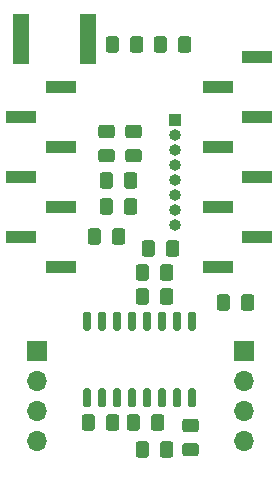
<source format=gbr>
%TF.GenerationSoftware,KiCad,Pcbnew,(5.1.10)-1*%
%TF.CreationDate,2022-02-17T21:59:24+01:00*%
%TF.ProjectId,TinyLora102,54696e79-4c6f-4726-9131-30322e6b6963,rev?*%
%TF.SameCoordinates,Original*%
%TF.FileFunction,Soldermask,Bot*%
%TF.FilePolarity,Negative*%
%FSLAX46Y46*%
G04 Gerber Fmt 4.6, Leading zero omitted, Abs format (unit mm)*
G04 Created by KiCad (PCBNEW (5.1.10)-1) date 2022-02-17 21:59:24*
%MOMM*%
%LPD*%
G01*
G04 APERTURE LIST*
%ADD10O,1.000000X1.000000*%
%ADD11R,1.000000X1.000000*%
%ADD12R,1.350000X4.200000*%
%ADD13O,1.700000X1.700000*%
%ADD14R,1.700000X1.700000*%
%ADD15R,2.510000X1.000000*%
G04 APERTURE END LIST*
D10*
%TO.C,J6*%
X114126000Y-116764000D03*
X114126000Y-115494000D03*
X114126000Y-114224000D03*
X114126000Y-112954000D03*
X114126000Y-111684000D03*
X114126000Y-110414000D03*
X114126000Y-109144000D03*
D11*
X114126000Y-107874000D03*
%TD*%
D12*
%TO.C,AE1*%
X101075000Y-101016000D03*
X106725000Y-101016000D03*
%TD*%
%TO.C,D6*%
G36*
G01*
X109358000Y-101073999D02*
X109358000Y-101974001D01*
G75*
G02*
X109108001Y-102224000I-249999J0D01*
G01*
X108457999Y-102224000D01*
G75*
G02*
X108208000Y-101974001I0J249999D01*
G01*
X108208000Y-101073999D01*
G75*
G02*
X108457999Y-100824000I249999J0D01*
G01*
X109108001Y-100824000D01*
G75*
G02*
X109358000Y-101073999I0J-249999D01*
G01*
G37*
G36*
G01*
X111408000Y-101073999D02*
X111408000Y-101974001D01*
G75*
G02*
X111158001Y-102224000I-249999J0D01*
G01*
X110507999Y-102224000D01*
G75*
G02*
X110258000Y-101974001I0J249999D01*
G01*
X110258000Y-101073999D01*
G75*
G02*
X110507999Y-100824000I249999J0D01*
G01*
X111158001Y-100824000D01*
G75*
G02*
X111408000Y-101073999I0J-249999D01*
G01*
G37*
%TD*%
%TO.C,R8*%
G36*
G01*
X113422000Y-101073999D02*
X113422000Y-101974001D01*
G75*
G02*
X113172001Y-102224000I-249999J0D01*
G01*
X112521999Y-102224000D01*
G75*
G02*
X112272000Y-101974001I0J249999D01*
G01*
X112272000Y-101073999D01*
G75*
G02*
X112521999Y-100824000I249999J0D01*
G01*
X113172001Y-100824000D01*
G75*
G02*
X113422000Y-101073999I0J-249999D01*
G01*
G37*
G36*
G01*
X115472000Y-101073999D02*
X115472000Y-101974001D01*
G75*
G02*
X115222001Y-102224000I-249999J0D01*
G01*
X114571999Y-102224000D01*
G75*
G02*
X114322000Y-101974001I0J249999D01*
G01*
X114322000Y-101073999D01*
G75*
G02*
X114571999Y-100824000I249999J0D01*
G01*
X115222001Y-100824000D01*
G75*
G02*
X115472000Y-101073999I0J-249999D01*
G01*
G37*
%TD*%
%TO.C,PAM8403*%
G36*
G01*
X106483000Y-130644000D02*
X106783000Y-130644000D01*
G75*
G02*
X106933000Y-130794000I0J-150000D01*
G01*
X106933000Y-132094000D01*
G75*
G02*
X106783000Y-132244000I-150000J0D01*
G01*
X106483000Y-132244000D01*
G75*
G02*
X106333000Y-132094000I0J150000D01*
G01*
X106333000Y-130794000D01*
G75*
G02*
X106483000Y-130644000I150000J0D01*
G01*
G37*
G36*
G01*
X107753000Y-130644000D02*
X108053000Y-130644000D01*
G75*
G02*
X108203000Y-130794000I0J-150000D01*
G01*
X108203000Y-132094000D01*
G75*
G02*
X108053000Y-132244000I-150000J0D01*
G01*
X107753000Y-132244000D01*
G75*
G02*
X107603000Y-132094000I0J150000D01*
G01*
X107603000Y-130794000D01*
G75*
G02*
X107753000Y-130644000I150000J0D01*
G01*
G37*
G36*
G01*
X109023000Y-130644000D02*
X109323000Y-130644000D01*
G75*
G02*
X109473000Y-130794000I0J-150000D01*
G01*
X109473000Y-132094000D01*
G75*
G02*
X109323000Y-132244000I-150000J0D01*
G01*
X109023000Y-132244000D01*
G75*
G02*
X108873000Y-132094000I0J150000D01*
G01*
X108873000Y-130794000D01*
G75*
G02*
X109023000Y-130644000I150000J0D01*
G01*
G37*
G36*
G01*
X110293000Y-130644000D02*
X110593000Y-130644000D01*
G75*
G02*
X110743000Y-130794000I0J-150000D01*
G01*
X110743000Y-132094000D01*
G75*
G02*
X110593000Y-132244000I-150000J0D01*
G01*
X110293000Y-132244000D01*
G75*
G02*
X110143000Y-132094000I0J150000D01*
G01*
X110143000Y-130794000D01*
G75*
G02*
X110293000Y-130644000I150000J0D01*
G01*
G37*
G36*
G01*
X111563000Y-130644000D02*
X111863000Y-130644000D01*
G75*
G02*
X112013000Y-130794000I0J-150000D01*
G01*
X112013000Y-132094000D01*
G75*
G02*
X111863000Y-132244000I-150000J0D01*
G01*
X111563000Y-132244000D01*
G75*
G02*
X111413000Y-132094000I0J150000D01*
G01*
X111413000Y-130794000D01*
G75*
G02*
X111563000Y-130644000I150000J0D01*
G01*
G37*
G36*
G01*
X112833000Y-130644000D02*
X113133000Y-130644000D01*
G75*
G02*
X113283000Y-130794000I0J-150000D01*
G01*
X113283000Y-132094000D01*
G75*
G02*
X113133000Y-132244000I-150000J0D01*
G01*
X112833000Y-132244000D01*
G75*
G02*
X112683000Y-132094000I0J150000D01*
G01*
X112683000Y-130794000D01*
G75*
G02*
X112833000Y-130644000I150000J0D01*
G01*
G37*
G36*
G01*
X114103000Y-130644000D02*
X114403000Y-130644000D01*
G75*
G02*
X114553000Y-130794000I0J-150000D01*
G01*
X114553000Y-132094000D01*
G75*
G02*
X114403000Y-132244000I-150000J0D01*
G01*
X114103000Y-132244000D01*
G75*
G02*
X113953000Y-132094000I0J150000D01*
G01*
X113953000Y-130794000D01*
G75*
G02*
X114103000Y-130644000I150000J0D01*
G01*
G37*
G36*
G01*
X115373000Y-130644000D02*
X115673000Y-130644000D01*
G75*
G02*
X115823000Y-130794000I0J-150000D01*
G01*
X115823000Y-132094000D01*
G75*
G02*
X115673000Y-132244000I-150000J0D01*
G01*
X115373000Y-132244000D01*
G75*
G02*
X115223000Y-132094000I0J150000D01*
G01*
X115223000Y-130794000D01*
G75*
G02*
X115373000Y-130644000I150000J0D01*
G01*
G37*
G36*
G01*
X115373000Y-124144000D02*
X115673000Y-124144000D01*
G75*
G02*
X115823000Y-124294000I0J-150000D01*
G01*
X115823000Y-125594000D01*
G75*
G02*
X115673000Y-125744000I-150000J0D01*
G01*
X115373000Y-125744000D01*
G75*
G02*
X115223000Y-125594000I0J150000D01*
G01*
X115223000Y-124294000D01*
G75*
G02*
X115373000Y-124144000I150000J0D01*
G01*
G37*
G36*
G01*
X114103000Y-124144000D02*
X114403000Y-124144000D01*
G75*
G02*
X114553000Y-124294000I0J-150000D01*
G01*
X114553000Y-125594000D01*
G75*
G02*
X114403000Y-125744000I-150000J0D01*
G01*
X114103000Y-125744000D01*
G75*
G02*
X113953000Y-125594000I0J150000D01*
G01*
X113953000Y-124294000D01*
G75*
G02*
X114103000Y-124144000I150000J0D01*
G01*
G37*
G36*
G01*
X112833000Y-124144000D02*
X113133000Y-124144000D01*
G75*
G02*
X113283000Y-124294000I0J-150000D01*
G01*
X113283000Y-125594000D01*
G75*
G02*
X113133000Y-125744000I-150000J0D01*
G01*
X112833000Y-125744000D01*
G75*
G02*
X112683000Y-125594000I0J150000D01*
G01*
X112683000Y-124294000D01*
G75*
G02*
X112833000Y-124144000I150000J0D01*
G01*
G37*
G36*
G01*
X111563000Y-124144000D02*
X111863000Y-124144000D01*
G75*
G02*
X112013000Y-124294000I0J-150000D01*
G01*
X112013000Y-125594000D01*
G75*
G02*
X111863000Y-125744000I-150000J0D01*
G01*
X111563000Y-125744000D01*
G75*
G02*
X111413000Y-125594000I0J150000D01*
G01*
X111413000Y-124294000D01*
G75*
G02*
X111563000Y-124144000I150000J0D01*
G01*
G37*
G36*
G01*
X110293000Y-124144000D02*
X110593000Y-124144000D01*
G75*
G02*
X110743000Y-124294000I0J-150000D01*
G01*
X110743000Y-125594000D01*
G75*
G02*
X110593000Y-125744000I-150000J0D01*
G01*
X110293000Y-125744000D01*
G75*
G02*
X110143000Y-125594000I0J150000D01*
G01*
X110143000Y-124294000D01*
G75*
G02*
X110293000Y-124144000I150000J0D01*
G01*
G37*
G36*
G01*
X109023000Y-124144000D02*
X109323000Y-124144000D01*
G75*
G02*
X109473000Y-124294000I0J-150000D01*
G01*
X109473000Y-125594000D01*
G75*
G02*
X109323000Y-125744000I-150000J0D01*
G01*
X109023000Y-125744000D01*
G75*
G02*
X108873000Y-125594000I0J150000D01*
G01*
X108873000Y-124294000D01*
G75*
G02*
X109023000Y-124144000I150000J0D01*
G01*
G37*
G36*
G01*
X107753000Y-124144000D02*
X108053000Y-124144000D01*
G75*
G02*
X108203000Y-124294000I0J-150000D01*
G01*
X108203000Y-125594000D01*
G75*
G02*
X108053000Y-125744000I-150000J0D01*
G01*
X107753000Y-125744000D01*
G75*
G02*
X107603000Y-125594000I0J150000D01*
G01*
X107603000Y-124294000D01*
G75*
G02*
X107753000Y-124144000I150000J0D01*
G01*
G37*
G36*
G01*
X106483000Y-124144000D02*
X106783000Y-124144000D01*
G75*
G02*
X106933000Y-124294000I0J-150000D01*
G01*
X106933000Y-125594000D01*
G75*
G02*
X106783000Y-125744000I-150000J0D01*
G01*
X106483000Y-125744000D01*
G75*
G02*
X106333000Y-125594000I0J150000D01*
G01*
X106333000Y-124294000D01*
G75*
G02*
X106483000Y-124144000I150000J0D01*
G01*
G37*
%TD*%
%TO.C,R7*%
G36*
G01*
X111898000Y-122409999D02*
X111898000Y-123310001D01*
G75*
G02*
X111648001Y-123560000I-249999J0D01*
G01*
X110997999Y-123560000D01*
G75*
G02*
X110748000Y-123310001I0J249999D01*
G01*
X110748000Y-122409999D01*
G75*
G02*
X110997999Y-122160000I249999J0D01*
G01*
X111648001Y-122160000D01*
G75*
G02*
X111898000Y-122409999I0J-249999D01*
G01*
G37*
G36*
G01*
X113948000Y-122409999D02*
X113948000Y-123310001D01*
G75*
G02*
X113698001Y-123560000I-249999J0D01*
G01*
X113047999Y-123560000D01*
G75*
G02*
X112798000Y-123310001I0J249999D01*
G01*
X112798000Y-122409999D01*
G75*
G02*
X113047999Y-122160000I249999J0D01*
G01*
X113698001Y-122160000D01*
G75*
G02*
X113948000Y-122409999I0J-249999D01*
G01*
G37*
%TD*%
%TO.C,R6*%
G36*
G01*
X111136000Y-133077999D02*
X111136000Y-133978001D01*
G75*
G02*
X110886001Y-134228000I-249999J0D01*
G01*
X110235999Y-134228000D01*
G75*
G02*
X109986000Y-133978001I0J249999D01*
G01*
X109986000Y-133077999D01*
G75*
G02*
X110235999Y-132828000I249999J0D01*
G01*
X110886001Y-132828000D01*
G75*
G02*
X111136000Y-133077999I0J-249999D01*
G01*
G37*
G36*
G01*
X113186000Y-133077999D02*
X113186000Y-133978001D01*
G75*
G02*
X112936001Y-134228000I-249999J0D01*
G01*
X112285999Y-134228000D01*
G75*
G02*
X112036000Y-133978001I0J249999D01*
G01*
X112036000Y-133077999D01*
G75*
G02*
X112285999Y-132828000I249999J0D01*
G01*
X112936001Y-132828000D01*
G75*
G02*
X113186000Y-133077999I0J-249999D01*
G01*
G37*
%TD*%
%TO.C,R5*%
G36*
G01*
X114945999Y-135248000D02*
X115846001Y-135248000D01*
G75*
G02*
X116096000Y-135497999I0J-249999D01*
G01*
X116096000Y-136148001D01*
G75*
G02*
X115846001Y-136398000I-249999J0D01*
G01*
X114945999Y-136398000D01*
G75*
G02*
X114696000Y-136148001I0J249999D01*
G01*
X114696000Y-135497999D01*
G75*
G02*
X114945999Y-135248000I249999J0D01*
G01*
G37*
G36*
G01*
X114945999Y-133198000D02*
X115846001Y-133198000D01*
G75*
G02*
X116096000Y-133447999I0J-249999D01*
G01*
X116096000Y-134098001D01*
G75*
G02*
X115846001Y-134348000I-249999J0D01*
G01*
X114945999Y-134348000D01*
G75*
G02*
X114696000Y-134098001I0J249999D01*
G01*
X114696000Y-133447999D01*
G75*
G02*
X114945999Y-133198000I249999J0D01*
G01*
G37*
%TD*%
%TO.C,R1*%
G36*
G01*
X113306000Y-119246001D02*
X113306000Y-118345999D01*
G75*
G02*
X113555999Y-118096000I249999J0D01*
G01*
X114206001Y-118096000D01*
G75*
G02*
X114456000Y-118345999I0J-249999D01*
G01*
X114456000Y-119246001D01*
G75*
G02*
X114206001Y-119496000I-249999J0D01*
G01*
X113555999Y-119496000D01*
G75*
G02*
X113306000Y-119246001I0J249999D01*
G01*
G37*
G36*
G01*
X111256000Y-119246001D02*
X111256000Y-118345999D01*
G75*
G02*
X111505999Y-118096000I249999J0D01*
G01*
X112156001Y-118096000D01*
G75*
G02*
X112406000Y-118345999I0J-249999D01*
G01*
X112406000Y-119246001D01*
G75*
G02*
X112156001Y-119496000I-249999J0D01*
G01*
X111505999Y-119496000D01*
G75*
G02*
X111256000Y-119246001I0J249999D01*
G01*
G37*
%TD*%
D13*
%TO.C,J5*%
X102442000Y-135120000D03*
X102442000Y-132580000D03*
X102442000Y-130040000D03*
D14*
X102442000Y-127500000D03*
%TD*%
%TO.C,C7*%
G36*
G01*
X112798000Y-121278001D02*
X112798000Y-120377999D01*
G75*
G02*
X113047999Y-120128000I249999J0D01*
G01*
X113698001Y-120128000D01*
G75*
G02*
X113948000Y-120377999I0J-249999D01*
G01*
X113948000Y-121278001D01*
G75*
G02*
X113698001Y-121528000I-249999J0D01*
G01*
X113047999Y-121528000D01*
G75*
G02*
X112798000Y-121278001I0J249999D01*
G01*
G37*
G36*
G01*
X110748000Y-121278001D02*
X110748000Y-120377999D01*
G75*
G02*
X110997999Y-120128000I249999J0D01*
G01*
X111648001Y-120128000D01*
G75*
G02*
X111898000Y-120377999I0J-249999D01*
G01*
X111898000Y-121278001D01*
G75*
G02*
X111648001Y-121528000I-249999J0D01*
G01*
X110997999Y-121528000D01*
G75*
G02*
X110748000Y-121278001I0J249999D01*
G01*
G37*
%TD*%
%TO.C,C6*%
G36*
G01*
X107326000Y-133077999D02*
X107326000Y-133978001D01*
G75*
G02*
X107076001Y-134228000I-249999J0D01*
G01*
X106425999Y-134228000D01*
G75*
G02*
X106176000Y-133978001I0J249999D01*
G01*
X106176000Y-133077999D01*
G75*
G02*
X106425999Y-132828000I249999J0D01*
G01*
X107076001Y-132828000D01*
G75*
G02*
X107326000Y-133077999I0J-249999D01*
G01*
G37*
G36*
G01*
X109376000Y-133077999D02*
X109376000Y-133978001D01*
G75*
G02*
X109126001Y-134228000I-249999J0D01*
G01*
X108475999Y-134228000D01*
G75*
G02*
X108226000Y-133978001I0J249999D01*
G01*
X108226000Y-133077999D01*
G75*
G02*
X108475999Y-132828000I249999J0D01*
G01*
X109126001Y-132828000D01*
G75*
G02*
X109376000Y-133077999I0J-249999D01*
G01*
G37*
%TD*%
%TO.C,C5*%
G36*
G01*
X119656000Y-123818001D02*
X119656000Y-122917999D01*
G75*
G02*
X119905999Y-122668000I249999J0D01*
G01*
X120556001Y-122668000D01*
G75*
G02*
X120806000Y-122917999I0J-249999D01*
G01*
X120806000Y-123818001D01*
G75*
G02*
X120556001Y-124068000I-249999J0D01*
G01*
X119905999Y-124068000D01*
G75*
G02*
X119656000Y-123818001I0J249999D01*
G01*
G37*
G36*
G01*
X117606000Y-123818001D02*
X117606000Y-122917999D01*
G75*
G02*
X117855999Y-122668000I249999J0D01*
G01*
X118506001Y-122668000D01*
G75*
G02*
X118756000Y-122917999I0J-249999D01*
G01*
X118756000Y-123818001D01*
G75*
G02*
X118506001Y-124068000I-249999J0D01*
G01*
X117855999Y-124068000D01*
G75*
G02*
X117606000Y-123818001I0J249999D01*
G01*
G37*
%TD*%
%TO.C,C4*%
G36*
G01*
X112798000Y-136264001D02*
X112798000Y-135363999D01*
G75*
G02*
X113047999Y-135114000I249999J0D01*
G01*
X113698001Y-135114000D01*
G75*
G02*
X113948000Y-135363999I0J-249999D01*
G01*
X113948000Y-136264001D01*
G75*
G02*
X113698001Y-136514000I-249999J0D01*
G01*
X113047999Y-136514000D01*
G75*
G02*
X112798000Y-136264001I0J249999D01*
G01*
G37*
G36*
G01*
X110748000Y-136264001D02*
X110748000Y-135363999D01*
G75*
G02*
X110997999Y-135114000I249999J0D01*
G01*
X111648001Y-135114000D01*
G75*
G02*
X111898000Y-135363999I0J-249999D01*
G01*
X111898000Y-136264001D01*
G75*
G02*
X111648001Y-136514000I-249999J0D01*
G01*
X110997999Y-136514000D01*
G75*
G02*
X110748000Y-136264001I0J249999D01*
G01*
G37*
%TD*%
%TO.C,C3*%
G36*
G01*
X107834000Y-117329999D02*
X107834000Y-118230001D01*
G75*
G02*
X107584001Y-118480000I-249999J0D01*
G01*
X106933999Y-118480000D01*
G75*
G02*
X106684000Y-118230001I0J249999D01*
G01*
X106684000Y-117329999D01*
G75*
G02*
X106933999Y-117080000I249999J0D01*
G01*
X107584001Y-117080000D01*
G75*
G02*
X107834000Y-117329999I0J-249999D01*
G01*
G37*
G36*
G01*
X109884000Y-117329999D02*
X109884000Y-118230001D01*
G75*
G02*
X109634001Y-118480000I-249999J0D01*
G01*
X108983999Y-118480000D01*
G75*
G02*
X108734000Y-118230001I0J249999D01*
G01*
X108734000Y-117329999D01*
G75*
G02*
X108983999Y-117080000I249999J0D01*
G01*
X109634001Y-117080000D01*
G75*
G02*
X109884000Y-117329999I0J-249999D01*
G01*
G37*
%TD*%
D13*
%TO.C,J1*%
X119968000Y-135120000D03*
X119968000Y-132580000D03*
X119968000Y-130040000D03*
D14*
X119968000Y-127500000D03*
%TD*%
%TO.C,R4*%
G36*
G01*
X110119999Y-110356000D02*
X111020001Y-110356000D01*
G75*
G02*
X111270000Y-110605999I0J-249999D01*
G01*
X111270000Y-111256001D01*
G75*
G02*
X111020001Y-111506000I-249999J0D01*
G01*
X110119999Y-111506000D01*
G75*
G02*
X109870000Y-111256001I0J249999D01*
G01*
X109870000Y-110605999D01*
G75*
G02*
X110119999Y-110356000I249999J0D01*
G01*
G37*
G36*
G01*
X110119999Y-108306000D02*
X111020001Y-108306000D01*
G75*
G02*
X111270000Y-108555999I0J-249999D01*
G01*
X111270000Y-109206001D01*
G75*
G02*
X111020001Y-109456000I-249999J0D01*
G01*
X110119999Y-109456000D01*
G75*
G02*
X109870000Y-109206001I0J249999D01*
G01*
X109870000Y-108555999D01*
G75*
G02*
X110119999Y-108306000I249999J0D01*
G01*
G37*
%TD*%
%TO.C,R3*%
G36*
G01*
X108734001Y-109456000D02*
X107833999Y-109456000D01*
G75*
G02*
X107584000Y-109206001I0J249999D01*
G01*
X107584000Y-108555999D01*
G75*
G02*
X107833999Y-108306000I249999J0D01*
G01*
X108734001Y-108306000D01*
G75*
G02*
X108984000Y-108555999I0J-249999D01*
G01*
X108984000Y-109206001D01*
G75*
G02*
X108734001Y-109456000I-249999J0D01*
G01*
G37*
G36*
G01*
X108734001Y-111506000D02*
X107833999Y-111506000D01*
G75*
G02*
X107584000Y-111256001I0J249999D01*
G01*
X107584000Y-110605999D01*
G75*
G02*
X107833999Y-110356000I249999J0D01*
G01*
X108734001Y-110356000D01*
G75*
G02*
X108984000Y-110605999I0J-249999D01*
G01*
X108984000Y-111256001D01*
G75*
G02*
X108734001Y-111506000I-249999J0D01*
G01*
G37*
%TD*%
D15*
%TO.C,J4*%
X117705000Y-120370000D03*
X117705000Y-115290000D03*
X117705000Y-110210000D03*
X117705000Y-105130000D03*
X121015000Y-117830000D03*
X121015000Y-112750000D03*
X121015000Y-107670000D03*
X121015000Y-102590000D03*
%TD*%
%TO.C,J3*%
X101085000Y-117856000D03*
X101085000Y-112776000D03*
X101085000Y-107696000D03*
X104395000Y-120396000D03*
X104395000Y-115316000D03*
X104395000Y-110236000D03*
X104395000Y-105156000D03*
%TD*%
%TO.C,C2*%
G36*
G01*
X109750000Y-115690001D02*
X109750000Y-114789999D01*
G75*
G02*
X109999999Y-114540000I249999J0D01*
G01*
X110650001Y-114540000D01*
G75*
G02*
X110900000Y-114789999I0J-249999D01*
G01*
X110900000Y-115690001D01*
G75*
G02*
X110650001Y-115940000I-249999J0D01*
G01*
X109999999Y-115940000D01*
G75*
G02*
X109750000Y-115690001I0J249999D01*
G01*
G37*
G36*
G01*
X107700000Y-115690001D02*
X107700000Y-114789999D01*
G75*
G02*
X107949999Y-114540000I249999J0D01*
G01*
X108600001Y-114540000D01*
G75*
G02*
X108850000Y-114789999I0J-249999D01*
G01*
X108850000Y-115690001D01*
G75*
G02*
X108600001Y-115940000I-249999J0D01*
G01*
X107949999Y-115940000D01*
G75*
G02*
X107700000Y-115690001I0J249999D01*
G01*
G37*
%TD*%
%TO.C,C1*%
G36*
G01*
X108850000Y-112579999D02*
X108850000Y-113480001D01*
G75*
G02*
X108600001Y-113730000I-249999J0D01*
G01*
X107949999Y-113730000D01*
G75*
G02*
X107700000Y-113480001I0J249999D01*
G01*
X107700000Y-112579999D01*
G75*
G02*
X107949999Y-112330000I249999J0D01*
G01*
X108600001Y-112330000D01*
G75*
G02*
X108850000Y-112579999I0J-249999D01*
G01*
G37*
G36*
G01*
X110900000Y-112579999D02*
X110900000Y-113480001D01*
G75*
G02*
X110650001Y-113730000I-249999J0D01*
G01*
X109999999Y-113730000D01*
G75*
G02*
X109750000Y-113480001I0J249999D01*
G01*
X109750000Y-112579999D01*
G75*
G02*
X109999999Y-112330000I249999J0D01*
G01*
X110650001Y-112330000D01*
G75*
G02*
X110900000Y-112579999I0J-249999D01*
G01*
G37*
%TD*%
M02*

</source>
